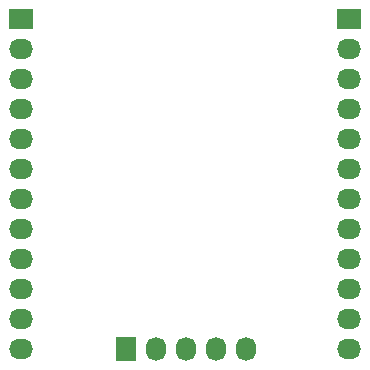
<source format=gbs>
G04 #@! TF.FileFunction,Soldermask,Bot*
%FSLAX46Y46*%
G04 Gerber Fmt 4.6, Leading zero omitted, Abs format (unit mm)*
G04 Created by KiCad (PCBNEW 4.0.5) date 02/14/17 20:50:27*
%MOMM*%
%LPD*%
G01*
G04 APERTURE LIST*
%ADD10C,0.100000*%
%ADD11R,2.032000X1.727200*%
%ADD12O,2.032000X1.727200*%
%ADD13R,1.727200X2.032000*%
%ADD14O,1.727200X2.032000*%
G04 APERTURE END LIST*
D10*
D11*
X142240000Y-104140000D03*
D12*
X142240000Y-106680000D03*
X142240000Y-109220000D03*
X142240000Y-111760000D03*
X142240000Y-114300000D03*
X142240000Y-116840000D03*
X142240000Y-119380000D03*
X142240000Y-121920000D03*
X142240000Y-124460000D03*
X142240000Y-127000000D03*
X142240000Y-129540000D03*
X142240000Y-132080000D03*
D13*
X151130000Y-132080000D03*
D14*
X153670000Y-132080000D03*
X156210000Y-132080000D03*
X158750000Y-132080000D03*
X161290000Y-132080000D03*
D11*
X170027600Y-104140000D03*
D12*
X170027600Y-106680000D03*
X170027600Y-109220000D03*
X170027600Y-111760000D03*
X170027600Y-114300000D03*
X170027600Y-116840000D03*
X170027600Y-119380000D03*
X170027600Y-121920000D03*
X170027600Y-124460000D03*
X170027600Y-127000000D03*
X170027600Y-129540000D03*
X170027600Y-132080000D03*
M02*

</source>
